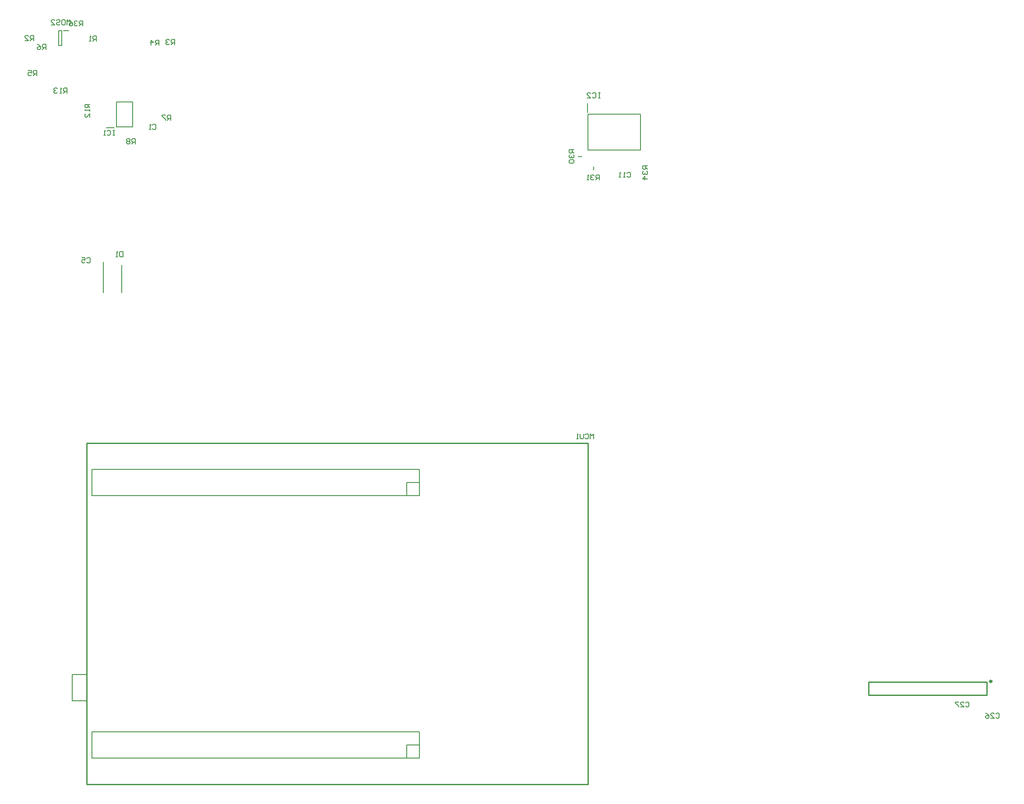
<source format=gbo>
G04*
G04 #@! TF.GenerationSoftware,Altium Limited,Altium Designer,20.2.4 (192)*
G04*
G04 Layer_Color=32896*
%FSLAX24Y24*%
%MOIN*%
G70*
G04*
G04 #@! TF.SameCoordinates,88804F16-18CD-4051-863E-DBC97BB31399*
G04*
G04*
G04 #@! TF.FilePolarity,Positive*
G04*
G01*
G75*
%ADD10C,0.0197*%
%ADD11C,0.0079*%
%ADD13C,0.0100*%
%ADD128C,0.0050*%
%ADD129C,0.0080*%
D10*
X78438Y12750D02*
G03*
X78438Y12750I-50J0D01*
G01*
D11*
X7421Y61201D02*
X7657D01*
X7421D02*
Y62343D01*
X7657D01*
Y61201D02*
Y62343D01*
X7798Y62348D02*
X8192D01*
X46993Y52735D02*
X47249D01*
X48156Y51722D02*
Y51978D01*
X47711Y53232D02*
Y55968D01*
Y53232D02*
X51731D01*
Y55968D01*
X47711D02*
X51731D01*
X47706Y56106D02*
Y56815D01*
X11071Y54934D02*
X11671D01*
X11809Y54985D02*
Y56915D01*
X13069D01*
Y54985D02*
Y56915D01*
X11809Y54985D02*
X13069D01*
X10809Y42353D02*
Y44706D01*
X12234Y42353D02*
Y44479D01*
X76475Y11112D02*
X76541Y11178D01*
X76672D01*
X76738Y11112D01*
Y10850D01*
X76672Y10784D01*
X76541D01*
X76475Y10850D01*
X76082Y10784D02*
X76344D01*
X76082Y11047D01*
Y11112D01*
X76147Y11178D01*
X76279D01*
X76344Y11112D01*
X75951Y11178D02*
X75688D01*
Y11112D01*
X75951Y10850D01*
Y10784D01*
X78775Y10277D02*
X78841Y10343D01*
X78972D01*
X79038Y10277D01*
Y10015D01*
X78972Y9949D01*
X78841D01*
X78775Y10015D01*
X78382Y9949D02*
X78644D01*
X78382Y10212D01*
Y10277D01*
X78447Y10343D01*
X78579D01*
X78644Y10277D01*
X77988Y10343D02*
X78119Y10277D01*
X78251Y10146D01*
Y10015D01*
X78185Y9949D01*
X78054D01*
X77988Y10015D01*
Y10080D01*
X78054Y10146D01*
X78251D01*
X5509Y61575D02*
Y61968D01*
X5312D01*
X5247Y61903D01*
Y61772D01*
X5312Y61706D01*
X5509D01*
X5378D02*
X5247Y61575D01*
X4853D02*
X5116D01*
X4853Y61837D01*
Y61903D01*
X4919Y61968D01*
X5050D01*
X5116Y61903D01*
X10296Y61534D02*
Y61927D01*
X10100D01*
X10034Y61862D01*
Y61730D01*
X10100Y61665D01*
X10296D01*
X10165D02*
X10034Y61534D01*
X9903D02*
X9772D01*
X9837D01*
Y61927D01*
X9903Y61862D01*
X9264Y62689D02*
Y63082D01*
X9067D01*
X9001Y63017D01*
Y62886D01*
X9067Y62820D01*
X9264D01*
X9132D02*
X9001Y62689D01*
X8870Y63017D02*
X8804Y63082D01*
X8673D01*
X8608Y63017D01*
Y62951D01*
X8673Y62886D01*
X8739D01*
X8673D01*
X8608Y62820D01*
Y62754D01*
X8673Y62689D01*
X8804D01*
X8870Y62754D01*
X8214Y63082D02*
X8345Y63017D01*
X8476Y62886D01*
Y62754D01*
X8411Y62689D01*
X8280D01*
X8214Y62754D01*
Y62820D01*
X8280Y62886D01*
X8476D01*
X8302Y62768D02*
Y63161D01*
X8171Y63030D01*
X8040Y63161D01*
Y62768D01*
X7712Y63161D02*
X7843D01*
X7909Y63096D01*
Y62833D01*
X7843Y62768D01*
X7712D01*
X7646Y62833D01*
Y63096D01*
X7712Y63161D01*
X7253Y63096D02*
X7318Y63161D01*
X7449D01*
X7515Y63096D01*
Y63030D01*
X7449Y62964D01*
X7318D01*
X7253Y62899D01*
Y62833D01*
X7318Y62768D01*
X7449D01*
X7515Y62833D01*
X6859Y62768D02*
X7121D01*
X6859Y63030D01*
Y63096D01*
X6925Y63161D01*
X7056D01*
X7121Y63096D01*
X48161Y31220D02*
Y31614D01*
X48030Y31482D01*
X47899Y31614D01*
Y31220D01*
X47505Y31548D02*
X47571Y31614D01*
X47702D01*
X47768Y31548D01*
Y31286D01*
X47702Y31220D01*
X47571D01*
X47505Y31286D01*
X47374Y31614D02*
Y31286D01*
X47309Y31220D01*
X47177D01*
X47112Y31286D01*
Y31614D01*
X46981Y31220D02*
X46849D01*
X46915D01*
Y31614D01*
X46981Y31548D01*
X52268Y52025D02*
X51874D01*
Y51828D01*
X51940Y51762D01*
X52071D01*
X52137Y51828D01*
Y52025D01*
Y51894D02*
X52268Y51762D01*
X51940Y51631D02*
X51874Y51566D01*
Y51434D01*
X51940Y51369D01*
X52006D01*
X52071Y51434D01*
Y51500D01*
Y51434D01*
X52137Y51369D01*
X52202D01*
X52268Y51434D01*
Y51566D01*
X52202Y51631D01*
X52268Y51041D02*
X51874D01*
X52071Y51238D01*
Y50975D01*
X48580Y50953D02*
Y51347D01*
X48384D01*
X48318Y51281D01*
Y51150D01*
X48384Y51084D01*
X48580D01*
X48449D02*
X48318Y50953D01*
X48187Y51281D02*
X48121Y51347D01*
X47990D01*
X47924Y51281D01*
Y51216D01*
X47990Y51150D01*
X48056D01*
X47990D01*
X47924Y51084D01*
Y51019D01*
X47990Y50953D01*
X48121D01*
X48187Y51019D01*
X47793Y50953D02*
X47662D01*
X47728D01*
Y51347D01*
X47793Y51281D01*
X46668Y53275D02*
X46274D01*
Y53078D01*
X46340Y53012D01*
X46471D01*
X46537Y53078D01*
Y53275D01*
Y53144D02*
X46668Y53012D01*
X46340Y52881D02*
X46274Y52816D01*
Y52684D01*
X46340Y52619D01*
X46406D01*
X46471Y52684D01*
Y52750D01*
Y52684D01*
X46537Y52619D01*
X46602D01*
X46668Y52684D01*
Y52816D01*
X46602Y52881D01*
X46340Y52488D02*
X46274Y52422D01*
Y52291D01*
X46340Y52225D01*
X46602D01*
X46668Y52291D01*
Y52422D01*
X46602Y52488D01*
X46340D01*
X8042Y57576D02*
Y57970D01*
X7845D01*
X7779Y57904D01*
Y57773D01*
X7845Y57707D01*
X8042D01*
X7910D02*
X7779Y57576D01*
X7648D02*
X7517D01*
X7582D01*
Y57970D01*
X7648Y57904D01*
X7320D02*
X7254Y57970D01*
X7123D01*
X7058Y57904D01*
Y57838D01*
X7123Y57773D01*
X7189D01*
X7123D01*
X7058Y57707D01*
Y57642D01*
X7123Y57576D01*
X7254D01*
X7320Y57642D01*
X9802Y56715D02*
X9409D01*
Y56518D01*
X9474Y56452D01*
X9605D01*
X9671Y56518D01*
Y56715D01*
Y56584D02*
X9802Y56452D01*
Y56321D02*
Y56190D01*
Y56256D01*
X9409D01*
X9474Y56321D01*
X9802Y55731D02*
Y55993D01*
X9540Y55731D01*
X9474D01*
X9409Y55796D01*
Y55928D01*
X9474Y55993D01*
X13249Y53703D02*
Y54097D01*
X13052D01*
X12987Y54031D01*
Y53900D01*
X13052Y53834D01*
X13249D01*
X13118D02*
X12987Y53703D01*
X12856Y54031D02*
X12790Y54097D01*
X12659D01*
X12593Y54031D01*
Y53966D01*
X12659Y53900D01*
X12593Y53834D01*
Y53769D01*
X12659Y53703D01*
X12790D01*
X12856Y53769D01*
Y53834D01*
X12790Y53900D01*
X12856Y53966D01*
Y54031D01*
X12790Y53900D02*
X12659D01*
X15949Y55503D02*
Y55897D01*
X15752D01*
X15687Y55831D01*
Y55700D01*
X15752Y55634D01*
X15949D01*
X15818D02*
X15687Y55503D01*
X15556Y55897D02*
X15293D01*
Y55831D01*
X15556Y55569D01*
Y55503D01*
X6443Y60895D02*
Y61289D01*
X6246D01*
X6181Y61223D01*
Y61092D01*
X6246Y61026D01*
X6443D01*
X6312D02*
X6181Y60895D01*
X5787Y61289D02*
X5918Y61223D01*
X6049Y61092D01*
Y60961D01*
X5984Y60895D01*
X5853D01*
X5787Y60961D01*
Y61026D01*
X5853Y61092D01*
X6049D01*
X5757Y58909D02*
Y59302D01*
X5560D01*
X5494Y59237D01*
Y59106D01*
X5560Y59040D01*
X5757D01*
X5626D02*
X5494Y58909D01*
X5101Y59302D02*
X5363D01*
Y59106D01*
X5232Y59171D01*
X5166D01*
X5101Y59106D01*
Y58974D01*
X5166Y58909D01*
X5298D01*
X5363Y58974D01*
X15043Y61219D02*
Y61613D01*
X14847D01*
X14781Y61547D01*
Y61416D01*
X14847Y61351D01*
X15043D01*
X14912D02*
X14781Y61219D01*
X14453D02*
Y61613D01*
X14650Y61416D01*
X14387D01*
X16246Y61280D02*
Y61674D01*
X16049D01*
X15983Y61608D01*
Y61477D01*
X16049Y61411D01*
X16246D01*
X16114D02*
X15983Y61280D01*
X15852Y61608D02*
X15787Y61674D01*
X15655D01*
X15590Y61608D01*
Y61542D01*
X15655Y61477D01*
X15721D01*
X15655D01*
X15590Y61411D01*
Y61346D01*
X15655Y61280D01*
X15787D01*
X15852Y61346D01*
X48641Y57594D02*
X48510D01*
X48576D01*
Y57200D01*
X48641D01*
X48510D01*
X48051Y57528D02*
X48116Y57594D01*
X48248D01*
X48313Y57528D01*
Y57266D01*
X48248Y57200D01*
X48116D01*
X48051Y57266D01*
X47657Y57200D02*
X47920D01*
X47657Y57462D01*
Y57528D01*
X47723Y57594D01*
X47854D01*
X47920Y57528D01*
X11698Y54747D02*
X11566D01*
X11632D01*
Y54353D01*
X11698D01*
X11566D01*
X11107Y54681D02*
X11173Y54747D01*
X11304D01*
X11370Y54681D01*
Y54419D01*
X11304Y54353D01*
X11173D01*
X11107Y54419D01*
X10976Y54353D02*
X10845D01*
X10910D01*
Y54747D01*
X10976Y54681D01*
X12331Y45494D02*
Y45100D01*
X12134D01*
X12069Y45166D01*
Y45428D01*
X12134Y45494D01*
X12331D01*
X11938Y45100D02*
X11806D01*
X11872D01*
Y45494D01*
X11938Y45428D01*
X50685Y51481D02*
X50751Y51547D01*
X50882D01*
X50948Y51481D01*
Y51219D01*
X50882Y51153D01*
X50751D01*
X50685Y51219D01*
X50554Y51153D02*
X50423D01*
X50488D01*
Y51547D01*
X50554Y51481D01*
X50226Y51153D02*
X50095D01*
X50160D01*
Y51547D01*
X50226Y51481D01*
X9569Y44958D02*
X9634Y45024D01*
X9766D01*
X9831Y44958D01*
Y44696D01*
X9766Y44630D01*
X9634D01*
X9569Y44696D01*
X9175Y45024D02*
X9438D01*
Y44827D01*
X9306Y44892D01*
X9241D01*
X9175Y44827D01*
Y44696D01*
X9241Y44630D01*
X9372D01*
X9438Y44696D01*
X14571Y55131D02*
X14637Y55197D01*
X14768D01*
X14834Y55131D01*
Y54869D01*
X14768Y54803D01*
X14637D01*
X14571Y54869D01*
X14440Y54803D02*
X14309D01*
X14374D01*
Y55197D01*
X14440Y55131D01*
D13*
X78088Y11700D02*
Y12200D01*
X69088Y11700D02*
Y12200D01*
X78088D02*
Y12700D01*
X69088Y12200D02*
Y12700D01*
Y11700D02*
X78088D01*
X69088Y12700D02*
X78088D01*
X47736Y4908D02*
Y30892D01*
X9547D02*
X47736D01*
X9547Y4908D02*
Y30892D01*
Y4908D02*
X47736D01*
D128*
X8467Y13278D02*
X9557D01*
X8467Y11270D02*
Y13278D01*
Y11270D02*
X9557D01*
X33937Y27900D02*
X34886D01*
X33937Y26888D02*
Y27900D01*
Y6888D02*
Y7900D01*
X34886D01*
D129*
X9941Y28900D02*
X34898D01*
X9941Y26900D02*
Y28900D01*
Y26900D02*
X34898D01*
Y28900D01*
Y6900D02*
Y8900D01*
X9941Y6900D02*
X34898D01*
X9941D02*
Y8900D01*
X34898D01*
M02*

</source>
